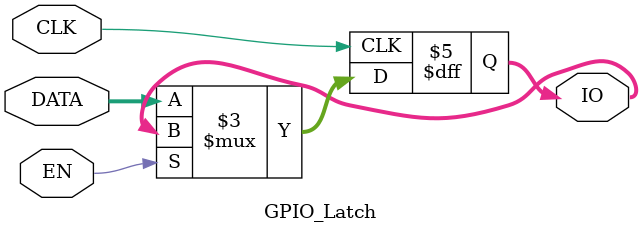
<source format=v>
module GPIO_Latch(DATA, CLK, EN, IO);
    input [7:0] DATA;
    input CLK, EN;
    output reg [7:0] IO;

    // Note: Neg edge triggering is a bit of a hack since the clock input is PHIO and not PHI2
    // Triggering on the posedge is too fast. The data bus is not ready yet.
    always @(negedge CLK) begin
        if (~EN)
            IO <= DATA;
    end

endmodule
</source>
